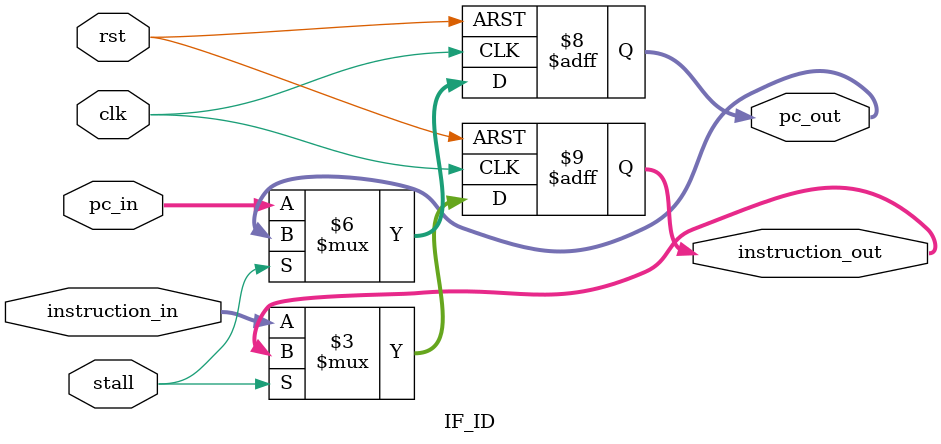
<source format=v>
module IF_ID(
    input wire clk,
    input wire rst,
    input wire [31:0] pc_in,
    input wire [31:0] instruction_in,
    input wire stall,                   // Added stall input
    output reg [31:0] pc_out,
    output reg [31:0] instruction_out
);
    always @(posedge clk or posedge rst) begin
        if (rst) begin
            pc_out <= 32'b0;
            instruction_out <= 32'b0;
        end else if (stall) begin
            // If stalling, maintain current values
            pc_out <= pc_out;
            instruction_out <= instruction_out;
        end else begin
            pc_out <= pc_in;
            instruction_out <= instruction_in;
        end
    end
endmodule
</source>
